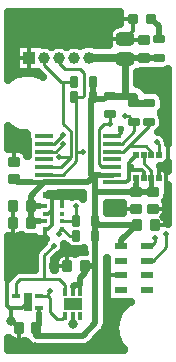
<source format=gbr>
G04 DipTrace 4.3.0.2*
G04 1 - Top.gbr*
%MOIN*%
G04 #@! TF.FileFunction,Copper,L1,Top*
G04 #@! TF.Part,Single*
%AMOUTLINE0*
4,1,28,
-0.028937,-0.012008,
-0.028937,0.012008,
-0.028602,0.014555,
-0.027618,0.016929,
-0.026054,0.018968,
-0.024016,0.020532,
-0.021642,0.021515,
-0.019094,0.02185,
0.019094,0.02185,
0.021642,0.021515,
0.024016,0.020532,
0.026054,0.018968,
0.027618,0.016929,
0.028602,0.014555,
0.028937,0.012008,
0.028937,-0.012008,
0.028602,-0.014555,
0.027618,-0.016929,
0.026054,-0.018968,
0.024016,-0.020532,
0.021642,-0.021515,
0.019094,-0.02185,
-0.019094,-0.02185,
-0.021642,-0.021515,
-0.024016,-0.020532,
-0.026054,-0.018968,
-0.027618,-0.016929,
-0.028602,-0.014555,
-0.028937,-0.012008,
0*%
%AMOUTLINE3*
4,1,28,
0.028937,0.012008,
0.028937,-0.012008,
0.028602,-0.014555,
0.027618,-0.016929,
0.026054,-0.018968,
0.024016,-0.020532,
0.021642,-0.021515,
0.019094,-0.02185,
-0.019094,-0.02185,
-0.021642,-0.021515,
-0.024016,-0.020532,
-0.026054,-0.018968,
-0.027618,-0.016929,
-0.028602,-0.014555,
-0.028937,-0.012008,
-0.028937,0.012008,
-0.028602,0.014555,
-0.027618,0.016929,
-0.026054,0.018968,
-0.024016,0.020532,
-0.021642,0.021515,
-0.019094,0.02185,
0.019094,0.02185,
0.021642,0.021515,
0.024016,0.020532,
0.026054,0.018968,
0.027618,0.016929,
0.028602,0.014555,
0.028937,0.012008,
0*%
%AMOUTLINE6*
4,1,28,
-0.019094,-0.008465,
-0.019094,0.008465,
-0.018799,0.010706,
-0.017934,0.012795,
-0.016558,0.014589,
-0.014764,0.015966,
-0.012675,0.016831,
-0.010433,0.017126,
0.010433,0.017126,
0.012675,0.016831,
0.014764,0.015966,
0.016558,0.014589,
0.017934,0.012795,
0.018799,0.010706,
0.019094,0.008465,
0.019094,-0.008465,
0.018799,-0.010706,
0.017934,-0.012795,
0.016558,-0.014589,
0.014764,-0.015966,
0.012675,-0.016831,
0.010433,-0.017126,
-0.010433,-0.017126,
-0.012675,-0.016831,
-0.014764,-0.015966,
-0.016558,-0.014589,
-0.017934,-0.012795,
-0.018799,-0.010706,
-0.019094,-0.008465,
0*%
%AMOUTLINE9*
4,1,28,
0.019094,0.008465,
0.019094,-0.008465,
0.018799,-0.010706,
0.017934,-0.012795,
0.016558,-0.014589,
0.014764,-0.015966,
0.012675,-0.016831,
0.010433,-0.017126,
-0.010433,-0.017126,
-0.012675,-0.016831,
-0.014764,-0.015966,
-0.016558,-0.014589,
-0.017934,-0.012795,
-0.018799,-0.010706,
-0.019094,-0.008465,
-0.019094,0.008465,
-0.018799,0.010706,
-0.017934,0.012795,
-0.016558,0.014589,
-0.014764,0.015966,
-0.012675,0.016831,
-0.010433,0.017126,
0.010433,0.017126,
0.012675,0.016831,
0.014764,0.015966,
0.016558,0.014589,
0.017934,0.012795,
0.018799,0.010706,
0.019094,0.008465,
0*%
%AMOUTLINE12*
4,1,28,
0.008465,-0.019094,
-0.008464,-0.019095,
-0.010706,-0.0188,
-0.012795,-0.017935,
-0.014589,-0.016558,
-0.015965,-0.014764,
-0.01683,-0.012675,
-0.017126,-0.010434,
-0.017126,0.010432,
-0.016831,0.012674,
-0.015966,0.014763,
-0.01459,0.016557,
-0.012796,0.017934,
-0.010707,0.018799,
-0.008465,0.019094,
0.008464,0.019095,
0.010706,0.0188,
0.012795,0.017935,
0.014589,0.016558,
0.015965,0.014764,
0.01683,0.012675,
0.017126,0.010434,
0.017126,-0.010432,
0.016831,-0.012674,
0.015966,-0.014763,
0.01459,-0.016557,
0.012796,-0.017934,
0.010707,-0.018799,
0.008465,-0.019094,
0*%
%AMOUTLINE15*
4,1,28,
-0.008465,0.019094,
0.008464,0.019095,
0.010706,0.0188,
0.012795,0.017935,
0.014589,0.016558,
0.015965,0.014764,
0.01683,0.012675,
0.017126,0.010434,
0.017126,-0.010432,
0.016831,-0.012674,
0.015966,-0.014763,
0.01459,-0.016557,
0.012796,-0.017934,
0.010707,-0.018799,
0.008465,-0.019094,
-0.008464,-0.019095,
-0.010706,-0.0188,
-0.012795,-0.017935,
-0.014589,-0.016558,
-0.015965,-0.014764,
-0.01683,-0.012675,
-0.017126,-0.010434,
-0.017126,0.010432,
-0.016831,0.012674,
-0.015966,0.014763,
-0.01459,0.016557,
-0.012796,0.017934,
-0.010707,0.018799,
-0.008465,0.019094,
0*%
%AMOUTLINE18*
4,1,28,
-0.008268,0.018307,
0.008268,0.018307,
0.010408,0.018025,
0.012402,0.017199,
0.014114,0.015886,
0.015428,0.014173,
0.016254,0.012179,
0.016535,0.010039,
0.016535,-0.010039,
0.016254,-0.012179,
0.015428,-0.014173,
0.014114,-0.015886,
0.012402,-0.017199,
0.010408,-0.018025,
0.008268,-0.018307,
-0.008268,-0.018307,
-0.010408,-0.018025,
-0.012402,-0.017199,
-0.014114,-0.015886,
-0.015428,-0.014173,
-0.016254,-0.012179,
-0.016535,-0.010039,
-0.016535,0.010039,
-0.016254,0.012179,
-0.015428,0.014173,
-0.014114,0.015886,
-0.012402,0.017199,
-0.010408,0.018025,
-0.008268,0.018307,
0*%
%AMOUTLINE21*
4,1,28,
0.008268,-0.018307,
-0.008268,-0.018307,
-0.010408,-0.018025,
-0.012402,-0.017199,
-0.014114,-0.015886,
-0.015428,-0.014173,
-0.016254,-0.012179,
-0.016535,-0.010039,
-0.016535,0.010039,
-0.016254,0.012179,
-0.015428,0.014173,
-0.014114,0.015886,
-0.012402,0.017199,
-0.010408,0.018025,
-0.008268,0.018307,
0.008268,0.018307,
0.010408,0.018025,
0.012402,0.017199,
0.014114,0.015886,
0.015428,0.014173,
0.016254,0.012179,
0.016535,0.010039,
0.016535,-0.010039,
0.016254,-0.012179,
0.015428,-0.014173,
0.014114,-0.015886,
0.012402,-0.017199,
0.010408,-0.018025,
0.008268,-0.018307,
0*%
%AMOUTLINE24*
4,1,28,
-0.007283,0.019094,
0.007283,0.019094,
0.00922,0.01884,
0.011024,0.018092,
0.012573,0.016904,
0.013762,0.015354,
0.014509,0.01355,
0.014764,0.011614,
0.014764,-0.011614,
0.014509,-0.01355,
0.013762,-0.015354,
0.012573,-0.016904,
0.011024,-0.018092,
0.00922,-0.01884,
0.007283,-0.019094,
-0.007283,-0.019094,
-0.00922,-0.01884,
-0.011024,-0.018092,
-0.012573,-0.016904,
-0.013762,-0.015354,
-0.014509,-0.01355,
-0.014764,-0.011614,
-0.014764,0.011614,
-0.014509,0.01355,
-0.013762,0.015354,
-0.012573,0.016904,
-0.011024,0.018092,
-0.00922,0.01884,
-0.007283,0.019094,
0*%
%AMOUTLINE27*
4,1,28,
0.007283,-0.019094,
-0.007283,-0.019094,
-0.00922,-0.01884,
-0.011024,-0.018092,
-0.012573,-0.016904,
-0.013762,-0.015354,
-0.014509,-0.01355,
-0.014764,-0.011614,
-0.014764,0.011614,
-0.014509,0.01355,
-0.013762,0.015354,
-0.012573,0.016904,
-0.011024,0.018092,
-0.00922,0.01884,
-0.007283,0.019094,
0.007283,0.019094,
0.00922,0.01884,
0.011024,0.018092,
0.012573,0.016904,
0.013762,0.015354,
0.014509,0.01355,
0.014764,0.011614,
0.014764,-0.011614,
0.014509,-0.01355,
0.013762,-0.015354,
0.012573,-0.016904,
0.011024,-0.018092,
0.00922,-0.01884,
0.007283,-0.019094,
0*%
%AMOUTLINE30*
4,1,28,
-0.019094,-0.007283,
-0.019094,0.007283,
-0.01884,0.00922,
-0.018092,0.011024,
-0.016904,0.012573,
-0.015354,0.013762,
-0.01355,0.014509,
-0.011614,0.014764,
0.011614,0.014764,
0.01355,0.014509,
0.015354,0.013762,
0.016904,0.012573,
0.018092,0.011024,
0.01884,0.00922,
0.019094,0.007283,
0.019094,-0.007283,
0.01884,-0.00922,
0.018092,-0.011024,
0.016904,-0.012573,
0.015354,-0.013762,
0.01355,-0.014509,
0.011614,-0.014764,
-0.011614,-0.014764,
-0.01355,-0.014509,
-0.015354,-0.013762,
-0.016904,-0.012573,
-0.018092,-0.011024,
-0.01884,-0.00922,
-0.019094,-0.007283,
0*%
%AMOUTLINE33*
4,1,28,
0.019094,0.007283,
0.019094,-0.007283,
0.01884,-0.00922,
0.018092,-0.011024,
0.016904,-0.012573,
0.015354,-0.013762,
0.01355,-0.014509,
0.011614,-0.014764,
-0.011614,-0.014764,
-0.01355,-0.014509,
-0.015354,-0.013762,
-0.016904,-0.012573,
-0.018092,-0.011024,
-0.01884,-0.00922,
-0.019094,-0.007283,
-0.019094,0.007283,
-0.01884,0.00922,
-0.018092,0.011024,
-0.016904,0.012573,
-0.015354,0.013762,
-0.01355,0.014509,
-0.011614,0.014764,
0.011614,0.014764,
0.01355,0.014509,
0.015354,0.013762,
0.016904,0.012573,
0.018092,0.011024,
0.01884,0.00922,
0.019094,0.007283,
0*%
%AMOUTLINE36*
4,1,28,
-0.008858,-0.007343,
-0.008858,0.007342,
-0.00878,0.007938,
-0.00855,0.008494,
-0.008184,0.008971,
-0.007707,0.009337,
-0.007151,0.009567,
-0.006555,0.009646,
0.006555,0.009646,
0.007151,0.009567,
0.007707,0.009337,
0.008184,0.008971,
0.00855,0.008494,
0.00878,0.007939,
0.008858,0.007343,
0.008858,-0.007342,
0.00878,-0.007938,
0.00855,-0.008494,
0.008184,-0.008971,
0.007707,-0.009337,
0.007151,-0.009567,
0.006555,-0.009646,
-0.006555,-0.009646,
-0.007151,-0.009567,
-0.007707,-0.009337,
-0.008184,-0.008971,
-0.00855,-0.008494,
-0.00878,-0.007939,
-0.008858,-0.007343,
0*%
%AMOUTLINE39*
4,1,28,
0.012972,-0.00689,
-0.012972,-0.00689,
-0.013436,-0.006829,
-0.013868,-0.00665,
-0.014239,-0.006365,
-0.014524,-0.005994,
-0.014703,-0.005562,
-0.014764,-0.005098,
-0.014764,0.005098,
-0.014703,0.005562,
-0.014524,0.005994,
-0.014239,0.006365,
-0.013868,0.00665,
-0.013436,0.006829,
-0.012972,0.00689,
0.012972,0.00689,
0.013436,0.006829,
0.013868,0.00665,
0.014239,0.006365,
0.014524,0.005994,
0.014703,0.005562,
0.014764,0.005098,
0.014764,-0.005098,
0.014703,-0.005562,
0.014524,-0.005994,
0.014239,-0.006365,
0.013868,-0.00665,
0.013436,-0.006829,
0.012972,-0.00689,
0*%
%AMOUTLINE42*
4,1,28,
-0.006299,-0.011945,
-0.006299,0.011945,
-0.006243,0.012369,
-0.00608,0.012764,
-0.00582,0.013103,
-0.00548,0.013363,
-0.005085,0.013527,
-0.004661,0.013583,
0.004661,0.013583,
0.005085,0.013527,
0.00548,0.013363,
0.00582,0.013103,
0.00608,0.012764,
0.006243,0.012369,
0.006299,0.011945,
0.006299,-0.011945,
0.006243,-0.012369,
0.00608,-0.012764,
0.00582,-0.013103,
0.00548,-0.013363,
0.005085,-0.013527,
0.004661,-0.013583,
-0.004661,-0.013583,
-0.005085,-0.013527,
-0.00548,-0.013363,
-0.00582,-0.013103,
-0.00608,-0.012764,
-0.006243,-0.012369,
-0.006299,-0.011945,
0*%
%AMOUTLINE45*
4,1,28,
0.028807,-0.008071,
-0.028807,-0.008071,
-0.02935,-0.007999,
-0.029856,-0.00779,
-0.030291,-0.007456,
-0.030624,-0.007022,
-0.030834,-0.006516,
-0.030906,-0.005972,
-0.030906,0.005972,
-0.030834,0.006516,
-0.030624,0.007022,
-0.030291,0.007456,
-0.029856,0.00779,
-0.02935,0.007999,
-0.028807,0.008071,
0.028807,0.008071,
0.02935,0.007999,
0.029856,0.00779,
0.030291,0.007456,
0.030624,0.007022,
0.030834,0.006516,
0.030906,0.005972,
0.030906,-0.005972,
0.030834,-0.006516,
0.030624,-0.007022,
0.030291,-0.007456,
0.029856,-0.00779,
0.02935,-0.007999,
0.028807,-0.008071,
0*%
G04 #@! TA.AperFunction,CopperBalancing*
%ADD13C,0.012992*%
G04 #@! TA.AperFunction,Conductor*
%ADD14C,0.012598*%
%ADD15C,0.019685*%
%ADD16C,0.011024*%
%ADD17C,0.027559*%
G04 #@! TA.AperFunction,ViaPad*
%ADD18C,0.023622*%
G04 #@! TA.AperFunction,Conductor*
%ADD19C,0.017717*%
%ADD20C,0.01378*%
%ADD21C,0.016142*%
%ADD22C,0.009843*%
G04 #@! TA.AperFunction,CopperBalancing*
%ADD23C,0.025*%
G04 #@! TA.AperFunction,ComponentPad*
%ADD24R,0.03937X0.03937*%
%ADD25C,0.03937*%
%ADD27R,0.043307X0.023622*%
%ADD29R,0.01378X0.01378*%
%ADD30R,0.027559X0.062992*%
%ADD31R,0.062992X0.03937*%
G04 #@! TA.AperFunction,ViaPad*
%ADD32C,0.031496*%
%ADD34C,0.020079*%
%ADD53OUTLINE0*%
%ADD56OUTLINE3*%
%ADD59OUTLINE6*%
%ADD62OUTLINE9*%
%ADD65OUTLINE12*%
%ADD68OUTLINE15*%
%ADD71OUTLINE18*%
%ADD74OUTLINE21*%
%ADD77OUTLINE24*%
%ADD80OUTLINE27*%
%ADD83OUTLINE30*%
%ADD86OUTLINE33*%
%ADD89OUTLINE36*%
%ADD92OUTLINE39*%
%ADD95OUTLINE42*%
%ADD98OUTLINE45*%
%FSLAX26Y26*%
G04*
G70*
G90*
G75*
G01*
G04 Top*
%LPD*%
X837402Y1524950D2*
D13*
Y1483365D1*
X812451Y1458415D1*
X874950Y1454479D2*
X816387D1*
X812451Y1458415D1*
X769193Y1132974D2*
X789223D1*
X799950Y1143701D1*
Y1156201D1*
X439175Y843701D2*
Y899949D1*
X546407Y875247D2*
X556497D1*
X568701Y887451D1*
Y937451D1*
X546407Y824066D2*
X555315D1*
X568701Y837451D1*
Y887451D1*
X431201Y518701D2*
X432923D1*
X457921Y493702D1*
X449260Y561517D2*
X436517D1*
X431201Y556201D1*
Y518701D1*
X449260Y561517D2*
X467764D1*
X487449Y581202D1*
X637449Y534795D2*
D14*
Y514717D1*
D13*
Y506201D1*
X769193Y979430D2*
X816930D1*
X824950Y987451D1*
Y1019094D1*
Y1031201D1*
Y1045274D1*
X849064Y1069388D1*
X874657Y993012D2*
Y1012744D1*
X868307Y1019094D1*
X824950D1*
X831201Y1031201D2*
X824950D1*
X943701Y1162451D2*
Y1143701D1*
X956201Y1131201D1*
Y1037450D1*
X949951Y1031201D1*
X943701Y862451D2*
Y881201D1*
X949951Y887451D1*
Y1031201D1*
X449950Y706201D2*
X418701Y674950D1*
Y568701D1*
X431201Y556201D1*
X924950Y1456249D2*
D15*
Y1500000D1*
X900000Y1524950D1*
X641339Y1389814D2*
D16*
Y1393701D1*
X762453Y1174951D2*
Y1206152D1*
X769193Y1030612D2*
X734478D1*
X724196Y1040894D1*
Y1157501D1*
X741646Y1174951D1*
X762453D1*
X542913Y1393701D2*
Y1369490D1*
X599951Y1312451D1*
X643652D1*
X543209Y1030612D2*
X599362D1*
X631201Y1062450D1*
Y1149950D1*
X606201Y1174950D1*
Y1312451D1*
X643652D1*
X525638Y600887D2*
X555265D1*
X562450Y593702D1*
Y548336D1*
X585836Y524950D1*
X602013D1*
X611858Y534795D1*
X555265Y600887D2*
Y611517D1*
X562450Y618702D1*
X593701Y1062450D2*
X631201D1*
X887008Y767520D2*
X898769D1*
X912450Y781201D1*
Y793701D1*
X769193Y1107383D2*
X801133D1*
X843699Y1149949D1*
Y1181152D1*
X925836Y1069391D2*
Y1105315D1*
X918701Y1112451D1*
X812451Y1199950D2*
X824902D1*
X843699Y1181152D1*
X649902Y799950D2*
X627609D1*
X603493Y824066D1*
X543209Y1081793D2*
X581793D1*
X606201Y1106201D1*
X593701Y806201D2*
Y818701D1*
X599066Y824066D1*
X603493D1*
X592126Y1393701D2*
X599950D1*
Y1387451D1*
X543209Y1005021D2*
X605021D1*
X649950Y1049950D1*
Y1081201D1*
Y1256152D1*
X643651Y1262451D1*
X449260Y600887D2*
Y643012D1*
X462450Y656202D1*
X543701D1*
X593699D1*
X611858Y638043D1*
Y615110D1*
X543701Y656202D2*
Y737451D1*
X574950Y768701D1*
X672106Y1081201D2*
X649950D1*
X887008Y718307D2*
X905807D1*
X949950Y762450D1*
Y806201D1*
X592126Y1393701D2*
Y1376526D1*
X612451Y1356201D1*
X662450D1*
X674950Y1343701D1*
Y1268701D1*
X668701Y1262451D1*
X643651D1*
X769193Y1081793D2*
X806793D1*
X893702Y1168702D1*
Y1181152D1*
X900245Y1069390D2*
Y1080906D1*
X881201Y1099950D1*
X824951D1*
X806793Y1081793D1*
X603493Y849656D2*
X649608D1*
X649902Y849950D1*
Y899902D1*
X606201Y1137451D2*
X576133Y1107383D1*
X543209D1*
X690551Y1393701D2*
D17*
X810236D1*
X812451Y1391486D1*
X874950Y1395424D2*
D15*
X816390D1*
X812451Y1391486D1*
X924950Y1393651D2*
X876723D1*
X874950Y1395424D1*
X812451Y1391486D2*
D18*
Y1268751D1*
X762450D1*
X843650D1*
X843699Y1268701D1*
Y1243751D1*
X893702D1*
X800394Y767520D2*
D15*
Y786173D1*
X851672Y837451D1*
X900248Y993012D2*
D19*
Y954180D1*
D15*
X906199Y948227D1*
X849949D1*
X546407Y900837D2*
D20*
X529675D1*
D15*
X499115D1*
X498230Y899951D1*
X546407Y849656D2*
D20*
X529675D1*
D15*
X504185D1*
X498230Y843701D1*
X525638Y561517D2*
D20*
Y544785D1*
D15*
Y502364D1*
X516976Y493702D1*
X679479Y699950D2*
Y676673D1*
X662451Y659646D1*
Y637450D1*
X643698D1*
X637449Y631201D1*
D14*
Y615110D1*
X663039D2*
X662451Y637450D1*
X543209Y979430D2*
D21*
X502461D1*
D15*
X453444D1*
X443701Y989173D1*
X706251Y1312451D2*
X706249Y1262451D1*
X710518D1*
Y1256201D1*
X743701D1*
X756251Y1268751D1*
X762450D1*
X712500Y799950D2*
Y849950D1*
X679479Y699950D2*
X712500D1*
Y799950D1*
X498230Y899951D2*
Y843701D1*
X769193Y1005021D2*
D21*
X728445D1*
D15*
X711272D1*
X687451Y981201D1*
X581320D1*
X583091Y979430D1*
X543209D1*
X710518Y1256201D2*
X699950D1*
Y1005021D1*
X711272D1*
X712500Y849950D2*
X711272Y1005021D1*
X498230Y899951D2*
Y934451D1*
X543209Y979430D1*
X849949Y948227D2*
X712500D1*
Y849950D1*
X849949Y948227D2*
Y972640D1*
X849067Y973522D1*
D19*
Y993010D1*
X516976Y493702D2*
D15*
Y468702D1*
X670693D1*
X712500Y510509D1*
Y799950D1*
X851672Y837451D2*
X724999D1*
X712500Y849950D1*
X900248Y993012D2*
D22*
Y1017781D1*
X874655Y1043374D1*
Y1069390D1*
D32*
X637449Y506201D3*
D34*
X762453Y1174951D3*
D3*
X562450Y618702D3*
X593701Y1062450D3*
X912450Y793701D3*
X918701Y1112451D3*
X812451Y1199950D3*
X606201Y1106201D3*
X593701Y806201D3*
X574950Y768701D3*
X672106Y1081201D3*
X949950Y806201D3*
X649902Y899902D3*
X606201Y1137451D3*
D32*
X462451Y1499950D3*
X699950Y1487451D3*
X931201Y1306201D3*
X943701Y1162451D3*
X449950Y706201D3*
X756201Y449950D3*
X774950Y568701D3*
X512451Y431201D3*
X431201Y518701D3*
X756201Y893701D3*
X943701Y862451D3*
X474950Y1106201D3*
D18*
X799950Y1156201D3*
X549950Y937451D3*
X568701D3*
X831201Y1031201D3*
X949951D3*
X568701Y699950D3*
X681201Y743701D3*
X481201Y762451D3*
X424458Y1521686D2*
D23*
X792438D1*
X424458Y1496818D2*
X766727D1*
X424458Y1471949D2*
X755118D1*
X424458Y1447080D2*
X755083D1*
X424458Y1422211D2*
X445600D1*
X424458Y1397343D2*
X445600D1*
X424458Y1372474D2*
X445600D1*
X424458Y1347605D2*
X519503D1*
X855678D2*
X953504D1*
X855445Y1322736D2*
X953504D1*
X874283Y1297867D2*
X953504D1*
X936543Y1272999D2*
X953504D1*
X938463Y1198392D2*
X953504D1*
X940042Y1173524D2*
X953504D1*
X424458Y1148655D2*
X449403D1*
X927877D2*
X953504D1*
X424458Y1123786D2*
X484067D1*
X424458Y1098917D2*
X485180D1*
X753516Y899967D2*
X802504D1*
X424458Y775623D2*
X536584D1*
X424458Y750755D2*
X514030D1*
X607252D2*
X671472D1*
X424458Y725886D2*
X510945D1*
X424458Y701017D2*
X510945D1*
X424458Y676148D2*
X437113D1*
X753516Y576673D2*
X820285D1*
X753516Y551804D2*
X795507D1*
X753516Y526936D2*
X782822D1*
X752583Y502067D2*
X777564D1*
X736165Y477198D2*
X778568D1*
X711298Y452329D2*
X786033D1*
X424458Y427461D2*
X801822D1*
X953850Y967328D2*
X955711Y969761D1*
X956004Y970193D1*
X956001Y840177D1*
X954688Y840360D1*
X953780Y840776D1*
Y847883D1*
X953648Y850895D1*
X953247Y853929D1*
X952579Y856916D1*
X951650Y859833D1*
X950466Y862656D1*
X949037Y865364D1*
X948794Y867978D1*
X949793Y870871D1*
X950533Y873841D1*
X951008Y876866D1*
X951213Y879923D1*
X951222Y891755D1*
X951220Y897638D1*
X951189Y899121D1*
X950923Y902171D1*
X950387Y905185D1*
X949588Y908139D1*
X948530Y911012D1*
X947223Y913780D1*
X946514Y917367D1*
X951068Y925318D1*
X953550Y934148D1*
X953976Y939789D1*
X953975Y956652D1*
X953850Y967328D1*
X485551Y446421D2*
X491709Y439622D1*
X499293Y434476D1*
X507878Y431268D1*
X516976Y430177D1*
X662152D1*
X673387Y430272D1*
X682388Y431996D1*
X690728Y435798D1*
X697933Y441461D1*
X732773Y476301D1*
X741580Y485241D1*
X746724Y492825D1*
X749933Y501409D1*
X751024Y510509D1*
Y727028D1*
X752815Y727031D1*
Y582146D1*
X831560Y582148D1*
X830416Y581555D1*
X822636Y576572D1*
X815344Y570904D1*
X808596Y564596D1*
X802450Y557699D1*
X796957Y550273D1*
X792161Y542378D1*
X788104Y534080D1*
X784818Y525446D1*
X782331Y516550D1*
X780663Y507465D1*
X779827Y498265D1*
X779832Y489028D1*
X780677Y479829D1*
X782354Y470745D1*
X784852Y461852D1*
X788147Y453223D1*
X792214Y444929D1*
X797017Y437039D1*
X802518Y429618D1*
X808672Y422728D1*
X809451Y421949D1*
X421949Y421957D1*
Y456756D1*
X422190Y461991D1*
X424178Y459664D1*
X426364Y457521D1*
X428731Y455580D1*
X431261Y453856D1*
X433933Y452362D1*
X436726Y451110D1*
X439619Y450110D1*
X442589Y449370D1*
X445614Y448896D1*
X448671Y448690D1*
X460503Y448681D1*
X466386D1*
X467869Y448714D1*
X470919Y448980D1*
X473933Y449514D1*
X476887Y450315D1*
X479762Y451373D1*
X485551Y446421D1*
X577404Y688031D2*
X577371Y689518D1*
Y710383D1*
X577508Y713442D1*
X577912Y716476D1*
X578585Y719462D1*
X579518Y722378D1*
X580706Y725199D1*
X582138Y727904D1*
X583804Y730472D1*
X585690Y732883D1*
X586711Y734024D1*
X587782Y735118D1*
X588902Y736164D1*
X590066Y737160D1*
X590804Y737747D1*
X588923Y736846D1*
X587220Y736154D1*
X585486Y735551D1*
X584215Y735177D1*
X573957Y724921D1*
X573955Y686458D1*
X577508D1*
X577404Y688031D1*
X904240Y1351370D2*
X913336Y1350206D1*
X936564D1*
X939928Y1350362D1*
X948877Y1352367D1*
X956004Y1355877D1*
Y1107630D1*
X955885Y1108860D1*
X955610Y1110685D1*
X952567Y1119484D1*
X952320Y1121377D1*
X948864Y1129773D1*
X943353Y1136990D1*
X936161Y1142534D1*
X927781Y1146029D1*
X922675Y1146713D1*
X929759Y1152869D1*
X934677Y1160591D1*
X937227Y1169392D1*
X937541Y1173890D1*
Y1188622D1*
X936188Y1197677D1*
X932337Y1205992D1*
X932609Y1212744D1*
X937694Y1220365D1*
X940703Y1229028D1*
X941478Y1236488D1*
Y1250999D1*
X941438Y1252718D1*
X939856Y1261741D1*
X936056Y1270079D1*
X930283Y1277193D1*
X922908Y1282627D1*
X914404Y1286035D1*
X905316Y1287196D1*
X882084D1*
X876072Y1293009D1*
X875975Y1293136D1*
X869130Y1300220D1*
X861399Y1305146D1*
X852944Y1308160D1*
Y1347436D1*
X864517Y1349617D1*
X885383D1*
X892429Y1350289D1*
X934591Y1028497D2*
X937627Y1028094D1*
X940600Y1027365D1*
X943475Y1026318D1*
X946220Y1024965D1*
X948804Y1023323D1*
X951194Y1021411D1*
X953364Y1019252D1*
X955287Y1016867D1*
X956004Y1024871D1*
Y1048852D1*
X952748Y1044239D1*
X945948Y1038643D1*
X937709Y1035529D1*
X932392Y1035001D1*
X929109Y1035000D1*
X929545Y1034238D1*
X934591Y1028497D1*
X581979Y933652D2*
X636308D1*
Y931921D1*
X640976Y933521D1*
X649982Y934685D1*
X658982Y933479D1*
X667362Y929984D1*
X673381Y925345D1*
X673240Y942684D1*
X594629Y942677D1*
X593740Y942407D1*
X584694Y940940D1*
X583091Y940906D1*
X559171D1*
X554671Y936411D1*
X581978Y936408D1*
Y933654D1*
X487559Y1075815D2*
Y1087747D1*
X487629Y1089673D1*
X488025Y1096429D1*
X487559Y1101411D1*
Y1113337D1*
X487629Y1115264D1*
X487247Y1120075D1*
X486378Y1127001D1*
X486396Y1139940D1*
X486577Y1142324D1*
X480580Y1142457D1*
X471402Y1143501D1*
X462357Y1145377D1*
X453520Y1148066D1*
X444963Y1151547D1*
X436760Y1155793D1*
X428975Y1160766D1*
X421954Y1166211D1*
X421949Y1089366D1*
X422766Y1089647D1*
X425722Y1090446D1*
X428735Y1090982D1*
X431785Y1091248D1*
X433268Y1091280D1*
X454134D1*
X457192Y1091144D1*
X460226Y1090739D1*
X463213Y1090067D1*
X466127Y1089134D1*
X468949Y1087946D1*
X471655Y1086513D1*
X474223Y1084848D1*
X476634Y1082961D1*
X478867Y1080869D1*
X480908Y1078587D1*
X482740Y1076134D1*
X484346Y1073529D1*
X485717Y1070791D1*
X486310Y1069379D1*
X486840Y1067942D1*
X487108Y1068525D1*
X487572Y1070266D1*
X487559Y1075815D1*
X609761Y775518D2*
X609109Y775249D1*
X609734Y768701D1*
X608528Y759621D1*
X605033Y751240D1*
X599490Y744049D1*
X598154Y742787D1*
X596753Y741598D1*
X596177Y741160D1*
X597861Y741967D1*
X599272Y742560D1*
X600709Y743089D1*
X602167Y743555D1*
X603644Y743957D1*
X605138Y744291D1*
X608163Y744761D1*
X611220Y744963D1*
X628867Y744971D1*
X629677Y744962D1*
X632731Y744756D1*
X635756Y744282D1*
X638726Y743542D1*
X641619Y742542D1*
X644412Y741290D1*
X647087Y739795D1*
X652008Y742528D1*
X660408Y746189D1*
X669448Y747694D1*
X671014Y747727D1*
X673982D1*
X673976Y760831D1*
X666427Y757465D1*
X657371Y756112D1*
X642618D1*
X633555Y757412D1*
X625224Y761209D1*
X618293Y767202D1*
X425730Y662029D2*
X427866Y664406D1*
X441316Y677852D1*
X448756Y683181D1*
X457449Y686041D1*
X462450Y686458D1*
X513449D1*
X513445Y737425D1*
X513525Y739651D1*
X515563Y748572D1*
X520175Y756476D1*
X522307Y758845D1*
X541427Y777965D1*
X541949Y779693D1*
X545919Y787860D1*
X548864Y791257D1*
X513592Y791251D1*
Y796570D1*
X510219Y796093D1*
X506652Y795925D1*
X489790D1*
X484139Y796352D1*
X475319Y798833D1*
X467361Y803394D1*
X463781Y802678D1*
X461013Y801371D1*
X458140Y800314D1*
X455185Y799514D1*
X452172Y798979D1*
X449122Y798713D1*
X447639Y798681D1*
X429921Y798690D1*
X426866Y798895D1*
X423840Y799370D1*
X421949Y799818D1*
Y656029D1*
X425730Y662029D1*
X752949Y875975D2*
X805251D1*
X804963Y879224D1*
X804932Y880707D1*
X804940Y898425D1*
X805144Y901479D1*
X805619Y904504D1*
X806360Y907476D1*
X807098Y909703D1*
X751029D1*
X751024Y879780D1*
X752949Y875975D1*
X796958Y1546555D2*
X421949Y1546549D1*
X421942Y1321175D1*
X428887Y1326572D1*
X436665Y1331555D1*
X444865Y1335808D1*
X453417Y1339299D1*
X462252Y1341999D1*
X471295Y1343883D1*
X480471Y1344937D1*
X489706Y1345152D1*
X498923Y1344526D1*
X508043Y1343066D1*
X516995Y1340781D1*
X525699Y1337693D1*
X534088Y1333825D1*
X538097Y1331513D1*
X521521Y1348091D1*
X448091D1*
Y1439311D1*
X539311D1*
Y1437986D1*
X547440Y1437899D1*
X556530Y1435992D1*
X565025Y1432236D1*
X567327Y1430575D1*
X569808Y1432118D1*
X578283Y1435919D1*
X587364Y1437874D1*
X596652Y1437899D1*
X605743Y1435992D1*
X614238Y1432236D1*
X616539Y1430575D1*
X619021Y1432118D1*
X627496Y1435919D1*
X636576Y1437874D1*
X645865Y1437899D1*
X654955Y1435992D1*
X662114Y1432827D1*
X663184Y1433580D1*
X671226Y1438038D1*
X679966Y1440895D1*
X689089Y1442045D1*
X698265Y1441448D1*
X707161Y1439125D1*
X713360Y1436164D1*
X759089Y1436161D1*
X758538Y1438224D1*
X757966Y1441231D1*
X757652Y1444277D1*
X757589Y1446407D1*
X757592Y1470888D1*
X757762Y1473945D1*
X758194Y1476975D1*
X758883Y1479958D1*
X759825Y1482870D1*
X761012Y1485692D1*
X762436Y1488402D1*
X764087Y1490980D1*
X765951Y1493407D1*
X768017Y1495667D1*
X770269Y1497740D1*
X772689Y1499614D1*
X775261Y1501276D1*
X777966Y1502710D1*
X780782Y1503907D1*
X783692Y1504860D1*
X786672Y1505560D1*
X789701Y1506003D1*
X792756Y1506185D1*
X796070Y1506190D1*
X795533Y1508577D1*
X795101Y1511608D1*
X794941Y1514911D1*
Y1534990D1*
X795077Y1538047D1*
X795488Y1541081D1*
X796168Y1544068D1*
X796958Y1546555D1*
X812451Y1458415D2*
D13*
X757598D1*
X443701Y1091269D2*
Y1048228D1*
X804900Y889172D2*
X849951Y889173D1*
X906202D2*
X951252D1*
X439175Y843701D2*
Y798651D1*
X953768Y837451D2*
X910727D1*
X457921Y493702D2*
Y448651D1*
X620424Y745001D2*
Y699950D1*
X577383Y699951D2*
X620424Y699950D1*
X794969Y1524950D2*
X837402D1*
X493701Y1439276D2*
Y1348126D1*
X448126Y1393701D2*
X493701D1*
X925839Y993013D2*
X925837Y1028571D1*
X752850Y669094D2*
X800394D1*
X603493Y933617D2*
Y900837D1*
X546407Y824066D2*
Y791286D1*
D53*
X812451Y1391486D3*
D56*
Y1458415D3*
D59*
X874950Y1395424D3*
D62*
Y1454479D3*
D59*
X443701Y989173D3*
D62*
Y1048228D3*
X849949Y948227D3*
D59*
X849951Y889172D3*
D62*
X906200Y948227D3*
D59*
X906202Y889172D3*
D65*
X498230Y899951D3*
D68*
X439175Y899949D3*
D65*
X498230Y843701D3*
D68*
X439175D3*
X851672Y837451D3*
D65*
X910727D3*
X516976Y493702D3*
D68*
X457921D3*
D65*
X679479Y699951D3*
D68*
X620424Y699949D3*
D71*
X837402Y1524950D3*
D74*
X900000D3*
D24*
X493701Y1393701D3*
D25*
X542913D3*
X592126D3*
X641339D3*
X690551D3*
D77*
X643651Y1262451D3*
D80*
X706249D3*
D77*
X643652Y1312451D3*
D80*
X706251D3*
D83*
X924950Y1393651D3*
D86*
Y1456249D3*
D83*
X762452Y1206152D3*
D86*
X762450Y1268751D3*
D83*
X893702Y1181152D3*
D86*
Y1243751D3*
D83*
X843699Y1181152D3*
D86*
Y1243751D3*
D77*
X649902Y849950D3*
D80*
X712500D3*
D77*
X649902Y799950D3*
D80*
X712500D3*
D89*
X849066Y993011D3*
X900246Y1069390D3*
X849065Y1069389D3*
X900247Y993012D3*
X925838Y993013D3*
X874656Y1069390D3*
X925837D3*
X874657Y993012D3*
D27*
X800394Y767520D3*
Y669094D3*
X887008Y767520D3*
Y718307D3*
X800394D3*
Y619882D3*
X887008D3*
Y669094D3*
D29*
X603493Y900837D3*
Y875247D3*
X546407Y849656D3*
X603493Y824066D3*
Y849656D3*
X546407Y824066D3*
Y900837D3*
Y875247D3*
D92*
X525638Y561517D3*
X449260D3*
X525638Y600887D3*
X449260D3*
D30*
X487449Y581202D3*
D95*
X663039Y615110D3*
X611858Y534795D3*
X637449Y615110D3*
X611858D3*
X663039Y534795D3*
X637449D3*
D31*
Y574953D3*
D98*
X543209Y1056202D3*
Y1132974D3*
X769193Y1056202D3*
X543209Y1081793D3*
X769193Y1005021D3*
Y979430D3*
Y1030612D3*
X543209D3*
X769193Y1107383D3*
X543209D3*
Y1005021D3*
X769193Y1081793D3*
X543209Y979430D3*
X769193Y1132974D3*
M02*

</source>
